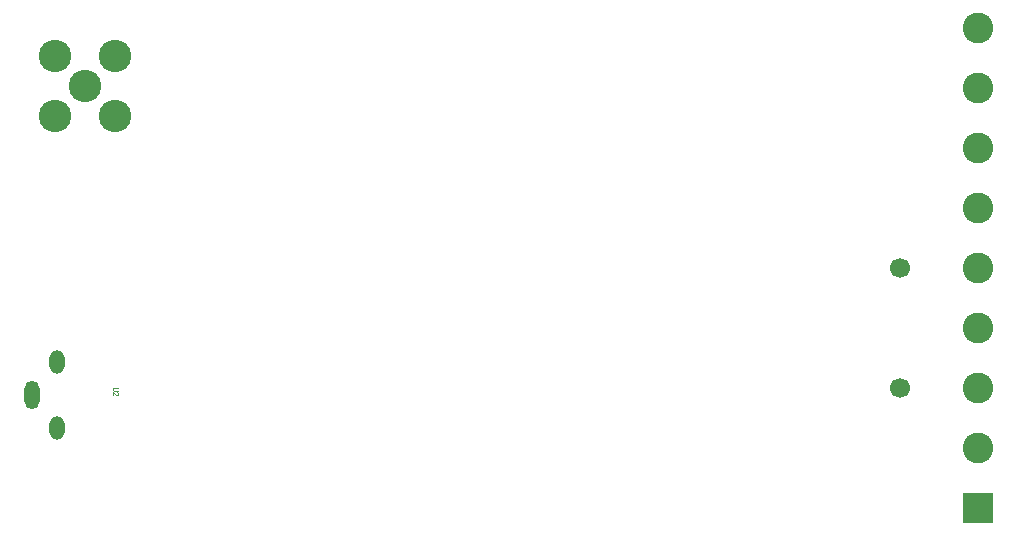
<source format=gbs>
G04*
G04 #@! TF.GenerationSoftware,Altium Limited,Altium Designer,24.3.1 (35)*
G04*
G04 Layer_Color=16711935*
%FSLAX25Y25*%
%MOIN*%
G70*
G04*
G04 #@! TF.SameCoordinates,DD40E729-4839-4357-B32C-C6A01C06D7B0*
G04*
G04*
G04 #@! TF.FilePolarity,Negative*
G04*
G01*
G75*
%ADD18C,0.00236*%
%ADD70O,0.05131X0.09461*%
%ADD71O,0.05131X0.07887*%
%ADD72C,0.10249*%
%ADD73R,0.10249X0.10249*%
%ADD74C,0.06693*%
%ADD75C,0.10800*%
D18*
X-481367Y85453D02*
X-482679D01*
X-482941Y85190D01*
Y84666D01*
X-482679Y84403D01*
X-481367D01*
X-482941Y82829D02*
Y83878D01*
X-481891Y82829D01*
X-481629D01*
X-481367Y83091D01*
Y83616D01*
X-481629Y83878D01*
D70*
X-509921Y82953D02*
D03*
D71*
X-501457Y71929D02*
D03*
Y93976D02*
D03*
D72*
X-194724Y105354D02*
D03*
Y205354D02*
D03*
Y185354D02*
D03*
Y165354D02*
D03*
Y145354D02*
D03*
Y125354D02*
D03*
Y85354D02*
D03*
Y65354D02*
D03*
D73*
Y45354D02*
D03*
D74*
X-220551Y85354D02*
D03*
Y125354D02*
D03*
D75*
X-492205Y186063D02*
D03*
X-502205Y196063D02*
D03*
X-482205D02*
D03*
Y176063D02*
D03*
X-502205D02*
D03*
M02*

</source>
